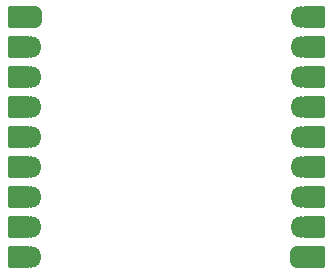
<source format=gbs>
G04 #@! TF.GenerationSoftware,KiCad,Pcbnew,9.0.4*
G04 #@! TF.CreationDate,2025-11-10T08:14:31+01:00*
G04 #@! TF.ProjectId,CodecModule,436f6465-634d-46f6-9475-6c652e6b6963,rev?*
G04 #@! TF.SameCoordinates,Original*
G04 #@! TF.FileFunction,Soldermask,Bot*
G04 #@! TF.FilePolarity,Negative*
%FSLAX46Y46*%
G04 Gerber Fmt 4.6, Leading zero omitted, Abs format (unit mm)*
G04 Created by KiCad (PCBNEW 9.0.4) date 2025-11-10 08:14:31*
%MOMM*%
%LPD*%
G01*
G04 APERTURE LIST*
G04 Aperture macros list*
%AMRoundRect*
0 Rectangle with rounded corners*
0 $1 Rounding radius*
0 $2 $3 $4 $5 $6 $7 $8 $9 X,Y pos of 4 corners*
0 Add a 4 corners polygon primitive as box body*
4,1,4,$2,$3,$4,$5,$6,$7,$8,$9,$2,$3,0*
0 Add four circle primitives for the rounded corners*
1,1,$1+$1,$2,$3*
1,1,$1+$1,$4,$5*
1,1,$1+$1,$6,$7*
1,1,$1+$1,$8,$9*
0 Add four rect primitives between the rounded corners*
20,1,$1+$1,$2,$3,$4,$5,0*
20,1,$1+$1,$4,$5,$6,$7,0*
20,1,$1+$1,$6,$7,$8,$9,0*
20,1,$1+$1,$8,$9,$2,$3,0*%
G04 Aperture macros list end*
%ADD10RoundRect,0.050000X-0.850000X-0.850000X0.850000X-0.850000X0.850000X0.850000X-0.850000X0.850000X0*%
%ADD11RoundRect,0.450000X-0.450000X-0.450000X0.450000X-0.450000X0.450000X0.450000X-0.450000X0.450000X0*%
%ADD12O,1.800000X1.800000*%
%ADD13RoundRect,0.050000X0.850000X0.850000X-0.850000X0.850000X-0.850000X-0.850000X0.850000X-0.850000X0*%
%ADD14RoundRect,0.450000X0.450000X0.450000X-0.450000X0.450000X-0.450000X-0.450000X0.450000X-0.450000X0*%
G04 APERTURE END LIST*
D10*
X25600000Y-27940000D03*
D11*
X26670000Y-27940000D03*
D10*
X25600000Y-30480000D03*
D12*
X26670000Y-30480000D03*
D10*
X25600000Y-33020000D03*
D12*
X26670000Y-33020000D03*
D10*
X25600000Y-35560000D03*
D12*
X26670000Y-35560000D03*
D10*
X25600000Y-38100000D03*
D12*
X26670000Y-38100000D03*
D10*
X25600000Y-40640000D03*
D12*
X26670000Y-40640000D03*
D10*
X25600000Y-43180000D03*
D12*
X26670000Y-43180000D03*
D10*
X25600000Y-45720000D03*
D12*
X26670000Y-45720000D03*
D10*
X25600000Y-48260000D03*
D12*
X26670000Y-48260000D03*
D13*
X50600000Y-48260000D03*
D14*
X49530000Y-48260000D03*
D13*
X50600000Y-45720000D03*
D12*
X49530000Y-45720000D03*
D13*
X50600000Y-43180000D03*
D12*
X49530000Y-43180000D03*
D13*
X50600000Y-40640000D03*
D12*
X49530000Y-40640000D03*
D13*
X50600000Y-38100000D03*
D12*
X49530000Y-38100000D03*
D13*
X50600000Y-35560000D03*
D12*
X49530000Y-35560000D03*
D13*
X50600000Y-33020000D03*
D12*
X49530000Y-33020000D03*
D13*
X50600000Y-30480000D03*
D12*
X49530000Y-30480000D03*
D13*
X50600000Y-27940000D03*
D12*
X49530000Y-27940000D03*
M02*

</source>
